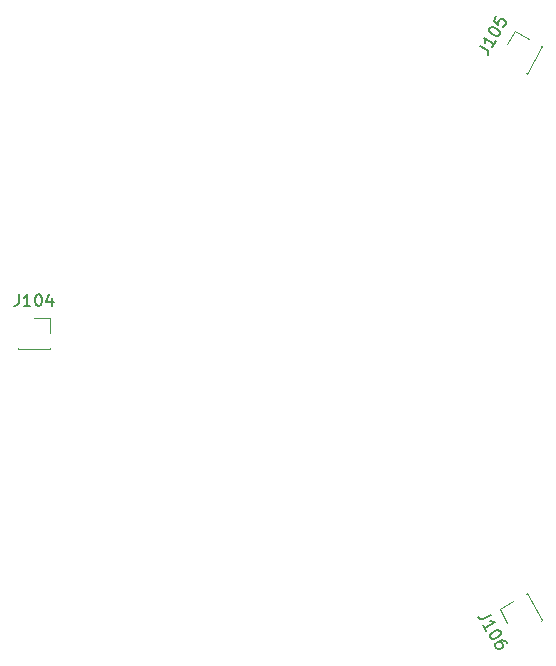
<source format=gbr>
%TF.GenerationSoftware,KiCad,Pcbnew,7.0.10*%
%TF.CreationDate,2024-03-15T14:23:06-04:00*%
%TF.ProjectId,new_middle_inner,6e65775f-6d69-4646-946c-655f696e6e65,rev?*%
%TF.SameCoordinates,Original*%
%TF.FileFunction,Legend,Top*%
%TF.FilePolarity,Positive*%
%FSLAX46Y46*%
G04 Gerber Fmt 4.6, Leading zero omitted, Abs format (unit mm)*
G04 Created by KiCad (PCBNEW 7.0.10) date 2024-03-15 14:23:06*
%MOMM*%
%LPD*%
G01*
G04 APERTURE LIST*
%ADD10C,0.150000*%
%ADD11C,0.120000*%
G04 APERTURE END LIST*
D10*
X21214285Y-46684819D02*
X21214285Y-47399104D01*
X21214285Y-47399104D02*
X21166666Y-47541961D01*
X21166666Y-47541961D02*
X21071428Y-47637200D01*
X21071428Y-47637200D02*
X20928571Y-47684819D01*
X20928571Y-47684819D02*
X20833333Y-47684819D01*
X22214285Y-47684819D02*
X21642857Y-47684819D01*
X21928571Y-47684819D02*
X21928571Y-46684819D01*
X21928571Y-46684819D02*
X21833333Y-46827676D01*
X21833333Y-46827676D02*
X21738095Y-46922914D01*
X21738095Y-46922914D02*
X21642857Y-46970533D01*
X22833333Y-46684819D02*
X22928571Y-46684819D01*
X22928571Y-46684819D02*
X23023809Y-46732438D01*
X23023809Y-46732438D02*
X23071428Y-46780057D01*
X23071428Y-46780057D02*
X23119047Y-46875295D01*
X23119047Y-46875295D02*
X23166666Y-47065771D01*
X23166666Y-47065771D02*
X23166666Y-47303866D01*
X23166666Y-47303866D02*
X23119047Y-47494342D01*
X23119047Y-47494342D02*
X23071428Y-47589580D01*
X23071428Y-47589580D02*
X23023809Y-47637200D01*
X23023809Y-47637200D02*
X22928571Y-47684819D01*
X22928571Y-47684819D02*
X22833333Y-47684819D01*
X22833333Y-47684819D02*
X22738095Y-47637200D01*
X22738095Y-47637200D02*
X22690476Y-47589580D01*
X22690476Y-47589580D02*
X22642857Y-47494342D01*
X22642857Y-47494342D02*
X22595238Y-47303866D01*
X22595238Y-47303866D02*
X22595238Y-47065771D01*
X22595238Y-47065771D02*
X22642857Y-46875295D01*
X22642857Y-46875295D02*
X22690476Y-46780057D01*
X22690476Y-46780057D02*
X22738095Y-46732438D01*
X22738095Y-46732438D02*
X22833333Y-46684819D01*
X24023809Y-47018152D02*
X24023809Y-47684819D01*
X23785714Y-46637200D02*
X23547619Y-47351485D01*
X23547619Y-47351485D02*
X24166666Y-47351485D01*
X61180393Y-73814948D02*
X60561803Y-74172090D01*
X60561803Y-74172090D02*
X60414276Y-74202280D01*
X60414276Y-74202280D02*
X60284178Y-74167420D01*
X60284178Y-74167420D02*
X60171510Y-74067512D01*
X60171510Y-74067512D02*
X60123891Y-73985033D01*
X60814368Y-75180973D02*
X60528653Y-74686102D01*
X60671510Y-74933537D02*
X61537536Y-74433537D01*
X61537536Y-74433537D02*
X61366199Y-74422487D01*
X61366199Y-74422487D02*
X61236101Y-74387628D01*
X61236101Y-74387628D02*
X61147243Y-74328959D01*
X61989917Y-75217084D02*
X62037536Y-75299563D01*
X62037536Y-75299563D02*
X62043916Y-75405851D01*
X62043916Y-75405851D02*
X62026486Y-75470900D01*
X62026486Y-75470900D02*
X61967817Y-75559758D01*
X61967817Y-75559758D02*
X61826669Y-75696236D01*
X61826669Y-75696236D02*
X61620472Y-75815283D01*
X61620472Y-75815283D02*
X61431706Y-75869282D01*
X61431706Y-75869282D02*
X61325418Y-75875662D01*
X61325418Y-75875662D02*
X61260369Y-75858232D01*
X61260369Y-75858232D02*
X61171510Y-75799563D01*
X61171510Y-75799563D02*
X61123891Y-75717084D01*
X61123891Y-75717084D02*
X61117512Y-75610796D01*
X61117512Y-75610796D02*
X61134941Y-75545747D01*
X61134941Y-75545747D02*
X61193610Y-75456889D01*
X61193610Y-75456889D02*
X61334758Y-75320412D01*
X61334758Y-75320412D02*
X61540955Y-75201364D01*
X61540955Y-75201364D02*
X61729721Y-75147365D01*
X61729721Y-75147365D02*
X61836010Y-75140985D01*
X61836010Y-75140985D02*
X61901058Y-75158415D01*
X61901058Y-75158415D02*
X61989917Y-75217084D01*
X62585155Y-76248067D02*
X62489917Y-76083110D01*
X62489917Y-76083110D02*
X62401058Y-76024441D01*
X62401058Y-76024441D02*
X62336010Y-76007011D01*
X62336010Y-76007011D02*
X62164673Y-75995961D01*
X62164673Y-75995961D02*
X61975906Y-76049960D01*
X61975906Y-76049960D02*
X61645991Y-76240436D01*
X61645991Y-76240436D02*
X61587322Y-76329294D01*
X61587322Y-76329294D02*
X61569893Y-76394343D01*
X61569893Y-76394343D02*
X61576272Y-76500631D01*
X61576272Y-76500631D02*
X61671510Y-76665588D01*
X61671510Y-76665588D02*
X61760369Y-76724257D01*
X61760369Y-76724257D02*
X61825418Y-76741687D01*
X61825418Y-76741687D02*
X61931706Y-76735307D01*
X61931706Y-76735307D02*
X62137902Y-76616260D01*
X62137902Y-76616260D02*
X62196571Y-76527401D01*
X62196571Y-76527401D02*
X62214001Y-76462353D01*
X62214001Y-76462353D02*
X62207621Y-76356064D01*
X62207621Y-76356064D02*
X62112383Y-76191107D01*
X62112383Y-76191107D02*
X62023525Y-76132438D01*
X62023525Y-76132438D02*
X61958476Y-76115008D01*
X61958476Y-76115008D02*
X61852188Y-76121388D01*
X60236112Y-25639870D02*
X60854701Y-25997013D01*
X60854701Y-25997013D02*
X60954610Y-26109681D01*
X60954610Y-26109681D02*
X60989469Y-26239779D01*
X60989469Y-26239779D02*
X60959280Y-26387306D01*
X60959280Y-26387306D02*
X60911661Y-26469785D01*
X61602137Y-25273845D02*
X61316423Y-25768716D01*
X61459280Y-25521281D02*
X60593255Y-25021281D01*
X60593255Y-25021281D02*
X60669354Y-25175188D01*
X60669354Y-25175188D02*
X60704213Y-25305285D01*
X60704213Y-25305285D02*
X60697833Y-25411574D01*
X61045636Y-24237734D02*
X61093255Y-24155255D01*
X61093255Y-24155255D02*
X61182113Y-24096586D01*
X61182113Y-24096586D02*
X61247162Y-24079156D01*
X61247162Y-24079156D02*
X61353450Y-24085536D01*
X61353450Y-24085536D02*
X61542217Y-24139535D01*
X61542217Y-24139535D02*
X61748413Y-24258582D01*
X61748413Y-24258582D02*
X61889561Y-24395060D01*
X61889561Y-24395060D02*
X61948230Y-24483918D01*
X61948230Y-24483918D02*
X61965660Y-24548967D01*
X61965660Y-24548967D02*
X61959280Y-24655255D01*
X61959280Y-24655255D02*
X61911661Y-24737734D01*
X61911661Y-24737734D02*
X61822803Y-24796403D01*
X61822803Y-24796403D02*
X61757754Y-24813833D01*
X61757754Y-24813833D02*
X61651466Y-24807453D01*
X61651466Y-24807453D02*
X61462699Y-24753454D01*
X61462699Y-24753454D02*
X61256502Y-24634407D01*
X61256502Y-24634407D02*
X61115355Y-24497929D01*
X61115355Y-24497929D02*
X61056686Y-24409071D01*
X61056686Y-24409071D02*
X61039256Y-24344022D01*
X61039256Y-24344022D02*
X61045636Y-24237734D01*
X61664683Y-23165512D02*
X61426588Y-23577905D01*
X61426588Y-23577905D02*
X61815172Y-23857239D01*
X61815172Y-23857239D02*
X61797742Y-23792191D01*
X61797742Y-23792191D02*
X61804122Y-23685902D01*
X61804122Y-23685902D02*
X61923169Y-23479706D01*
X61923169Y-23479706D02*
X62012028Y-23421037D01*
X62012028Y-23421037D02*
X62077076Y-23403607D01*
X62077076Y-23403607D02*
X62183364Y-23409987D01*
X62183364Y-23409987D02*
X62389561Y-23529034D01*
X62389561Y-23529034D02*
X62448230Y-23617893D01*
X62448230Y-23617893D02*
X62465660Y-23682942D01*
X62465660Y-23682942D02*
X62459280Y-23789230D01*
X62459280Y-23789230D02*
X62340233Y-23995426D01*
X62340233Y-23995426D02*
X62251374Y-24054095D01*
X62251374Y-24054095D02*
X62186325Y-24071525D01*
D11*
%TO.C,J104*%
X21170000Y-51210000D02*
X21170000Y-51330000D01*
X21170000Y-51330000D02*
X23830000Y-51330000D01*
X22500000Y-48670000D02*
X23830000Y-48670000D01*
X23830000Y-48670000D02*
X23830000Y-50000000D01*
X23830000Y-51210000D02*
X23830000Y-51330000D01*
%TO.C,J106*%
X65462891Y-74362814D02*
X65566814Y-74302814D01*
X65566814Y-74302814D02*
X64236814Y-71999186D01*
X62598186Y-74481000D02*
X61933186Y-73329186D01*
X61933186Y-73329186D02*
X63085000Y-72664186D01*
X64132891Y-72059186D02*
X64236814Y-71999186D01*
%TO.C,J105*%
X64132891Y-27940814D02*
X64236814Y-28000814D01*
X64236814Y-28000814D02*
X65566814Y-25697186D01*
X62598186Y-25519000D02*
X63263186Y-24367186D01*
X63263186Y-24367186D02*
X64415000Y-25032186D01*
X65462891Y-25637186D02*
X65566814Y-25697186D01*
%TD*%
M02*

</source>
